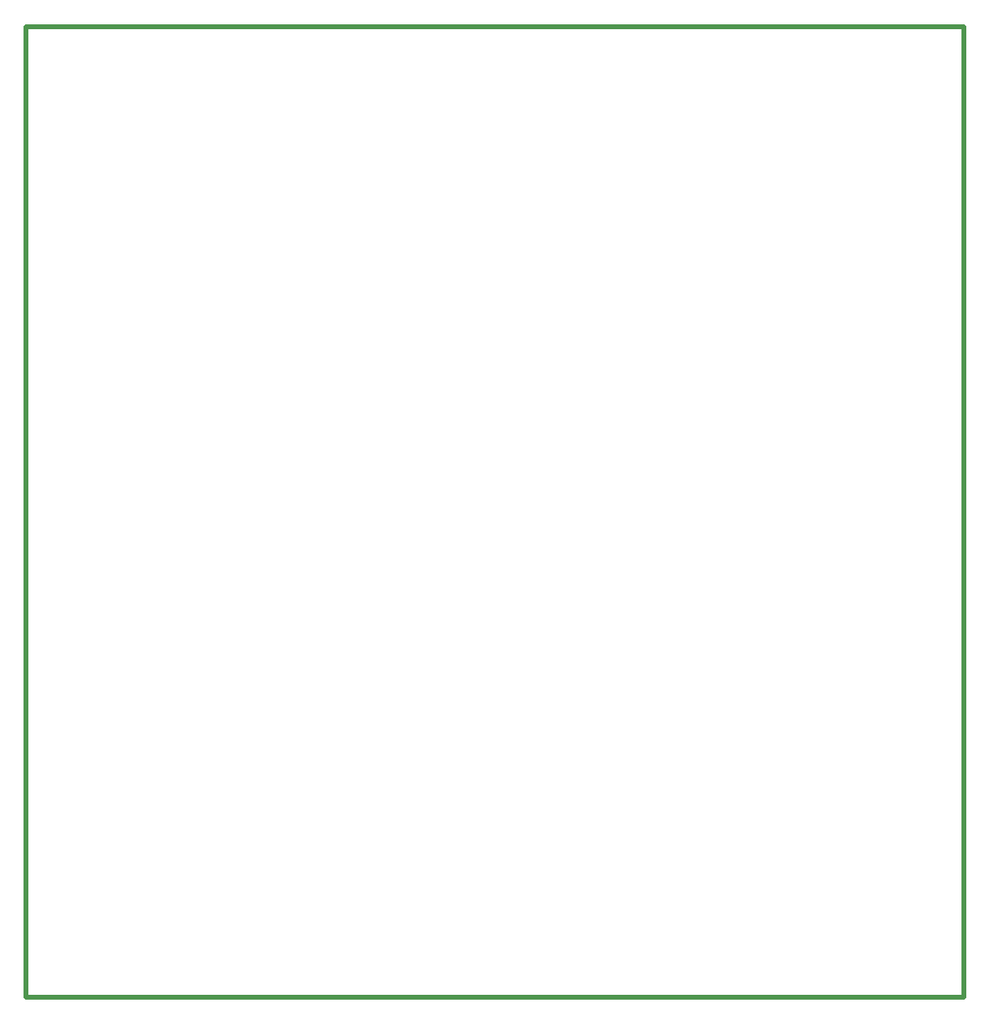
<source format=gm1>
G04*
G04 #@! TF.GenerationSoftware,Altium Limited,Altium Designer,20.0.13 (296)*
G04*
G04 Layer_Color=16711935*
%FSTAX24Y24*%
%MOIN*%
G70*
G01*
G75*
%ADD54C,0.0197*%
D54*
X0163Y02655D02*
X0163Y06645D01*
X05485Y06645D01*
X05485Y02655D02*
X05485Y06645D01*
X0163Y02655D02*
X05485Y02655D01*
M02*

</source>
